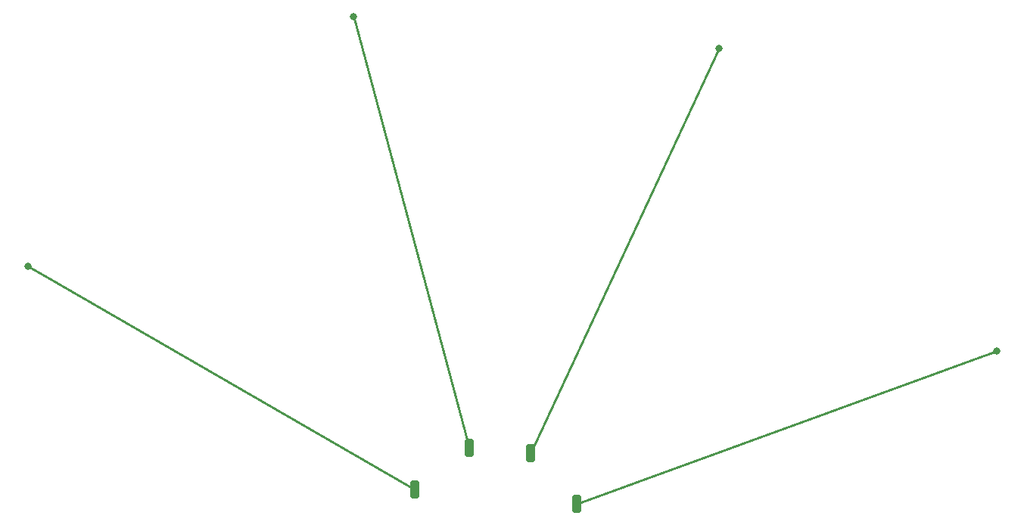
<source format=gbr>
%TF.GenerationSoftware,KiCad,Pcbnew,7.0.9*%
%TF.CreationDate,2024-02-29T12:55:39-04:00*%
%TF.ProjectId,phantomArc,7068616e-746f-46d4-9172-632e6b696361,v0.1*%
%TF.SameCoordinates,Original*%
%TF.FileFunction,Copper,L2,Bot*%
%TF.FilePolarity,Positive*%
%FSLAX46Y46*%
G04 Gerber Fmt 4.6, Leading zero omitted, Abs format (unit mm)*
G04 Created by KiCad (PCBNEW 7.0.9) date 2024-02-29 12:55:39*
%MOMM*%
%LPD*%
G01*
G04 APERTURE LIST*
G04 Aperture macros list*
%AMRoundRect*
0 Rectangle with rounded corners*
0 $1 Rounding radius*
0 $2 $3 $4 $5 $6 $7 $8 $9 X,Y pos of 4 corners*
0 Add a 4 corners polygon primitive as box body*
4,1,4,$2,$3,$4,$5,$6,$7,$8,$9,$2,$3,0*
0 Add four circle primitives for the rounded corners*
1,1,$1+$1,$2,$3*
1,1,$1+$1,$4,$5*
1,1,$1+$1,$6,$7*
1,1,$1+$1,$8,$9*
0 Add four rect primitives between the rounded corners*
20,1,$1+$1,$2,$3,$4,$5,0*
20,1,$1+$1,$4,$5,$6,$7,0*
20,1,$1+$1,$6,$7,$8,$9,0*
20,1,$1+$1,$8,$9,$2,$3,0*%
G04 Aperture macros list end*
%TA.AperFunction,SMDPad,CuDef*%
%ADD10RoundRect,0.250000X0.250000X0.750000X-0.250000X0.750000X-0.250000X-0.750000X0.250000X-0.750000X0*%
%TD*%
%TA.AperFunction,ViaPad*%
%ADD11C,0.800000*%
%TD*%
%TA.AperFunction,Conductor*%
%ADD12C,0.250000*%
%TD*%
G04 APERTURE END LIST*
D10*
%TO.P,Q4_out1,1,Pin_1*%
%TO.N,Net-(Q4_in1-Pin_1)*%
X164397000Y-126580000D03*
%TD*%
%TO.P,Q1_out1,1,Pin_1*%
%TO.N,Net-(Q1_in1-Pin_1)*%
X146340000Y-125000000D03*
%TD*%
%TO.P,Q2_out1,1,Pin_1*%
%TO.N,Net-(Q2_in1-Pin_1)*%
X152412000Y-120341000D03*
%TD*%
%TO.P,Q3_out1,1,Pin_1*%
%TO.N,Net-(Q3_in1-Pin_1)*%
X159226000Y-120937000D03*
%TD*%
D11*
%TO.N,Net-(Q1_in1-Pin_1)*%
X103038480Y-100000000D03*
%TO.N,Net-(Q2_in1-Pin_1)*%
X139470860Y-72044450D03*
%TO.N,Net-(Q3_in1-Pin_1)*%
X180357100Y-75621533D03*
%TO.N,Net-(Q4_in1-Pin_1)*%
X211381560Y-109478790D03*
%TD*%
D12*
%TO.N,Net-(Q1_in1-Pin_1)*%
X104400000Y-100800000D02*
X146340000Y-125000000D01*
X103038480Y-100000000D02*
X104400000Y-100800000D01*
%TO.N,Net-(Q2_in1-Pin_1)*%
X139470860Y-72044450D02*
X139600000Y-72600000D01*
X139600000Y-72600000D02*
X152412000Y-120341000D01*
%TO.N,Net-(Q3_in1-Pin_1)*%
X180200000Y-76000000D02*
X159226000Y-120937000D01*
X180357100Y-75621533D02*
X180200000Y-76000000D01*
%TO.N,Net-(Q4_in1-Pin_1)*%
X211381560Y-109478790D02*
X210000000Y-110000000D01*
X210000000Y-110000000D02*
X164397000Y-126580000D01*
%TD*%
M02*

</source>
